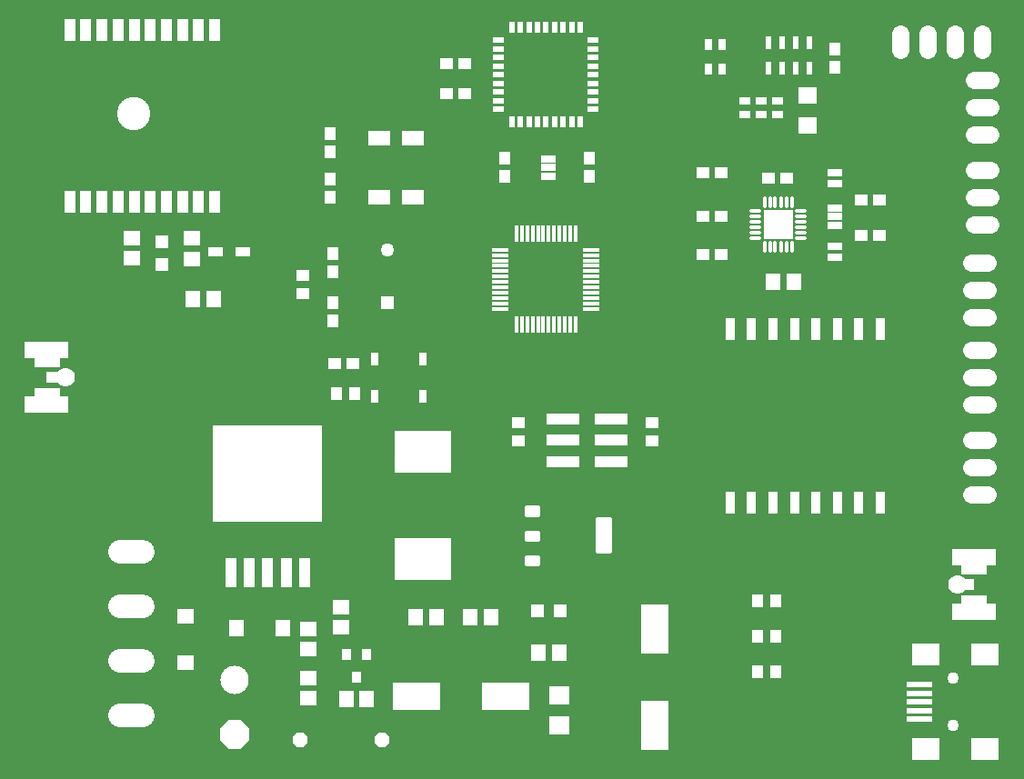
<source format=gbr>
G04 EAGLE Gerber RS-274X export*
G75*
%MOMM*%
%FSLAX34Y34*%
%LPD*%
%INSoldermask Top*%
%IPNEG*%
%AMOC8*
5,1,8,0,0,1.08239X$1,22.5*%
G01*
%ADD10R,1.101600X1.201600*%
%ADD11R,1.259600X1.259600*%
%ADD12C,1.259600*%
%ADD13R,1.201600X1.101600*%
%ADD14R,1.117600X2.794000*%
%ADD15R,10.261600X9.042400*%
%ADD16C,2.641600*%
%ADD17P,2.859241X8X292.500000*%
%ADD18R,1.371600X1.571600*%
%ADD19R,4.401600X2.601600*%
%ADD20R,1.601600X1.401600*%
%ADD21R,1.401600X1.601600*%
%ADD22C,2.197100*%
%ADD23C,0.237266*%
%ADD24C,0.296434*%
%ADD25R,2.601600X4.601600*%
%ADD26R,1.301600X1.301600*%
%ADD27R,5.301600X3.951600*%
%ADD28R,1.571600X1.371600*%
%ADD29P,1.539592X8X202.500000*%
%ADD30R,0.901600X1.001600*%
%ADD31R,1.901600X1.701600*%
%ADD32R,1.576600X0.401600*%
%ADD33R,0.401600X1.576600*%
%ADD34R,2.001600X1.401600*%
%ADD35R,0.801600X1.201600*%
%ADD36R,3.101600X0.991600*%
%ADD37C,0.355600*%
%ADD38R,2.717800X2.717800*%
%ADD39R,1.371600X0.736600*%
%ADD40R,0.601600X1.301600*%
%ADD41R,1.001600X0.801600*%
%ADD42R,0.801600X1.001600*%
%ADD43R,1.701600X1.501600*%
%ADD44R,1.101600X0.521600*%
%ADD45R,0.521600X1.101600*%
%ADD46R,1.101600X2.101600*%
%ADD47C,3.101600*%
%ADD48R,1.601600X1.341600*%
%ADD49R,1.451600X0.901600*%
%ADD50R,1.341600X1.601600*%
%ADD51C,1.625600*%
%ADD52R,0.901600X2.101600*%
%ADD53R,4.165600X1.625600*%
%ADD54R,2.133600X1.117600*%
%ADD55R,2.336800X0.914400*%
%ADD56C,1.778000*%
%ADD57R,2.501600X2.101600*%
%ADD58R,2.409600X0.601600*%
%ADD59C,1.101600*%


D10*
X302260Y473320D03*
X302260Y456320D03*
X302260Y410600D03*
X302260Y427600D03*
D11*
X353060Y427720D03*
D12*
X353060Y476520D03*
D13*
X274320Y436000D03*
X274320Y453000D03*
D14*
X207264Y176276D03*
X224282Y176276D03*
X241300Y176276D03*
X258318Y176276D03*
X275336Y176276D03*
D15*
X241300Y268224D03*
D16*
X210820Y76200D03*
D17*
X210820Y25400D03*
D18*
X255180Y124460D03*
X212180Y124460D03*
D19*
X463140Y60960D03*
X380140Y60960D03*
D20*
X279400Y123800D03*
X279400Y104800D03*
D21*
X398120Y134620D03*
X379120Y134620D03*
D22*
X124778Y195580D02*
X103823Y195580D01*
X103823Y144780D02*
X124778Y144780D01*
X124778Y43180D02*
X103823Y43180D01*
X103823Y93980D02*
X124778Y93980D01*
D23*
X481378Y229748D02*
X481378Y237692D01*
X493122Y237692D01*
X493122Y229748D01*
X481378Y229748D01*
X481378Y232002D02*
X493122Y232002D01*
X493122Y234256D02*
X481378Y234256D01*
X481378Y236510D02*
X493122Y236510D01*
X481378Y214792D02*
X481378Y206848D01*
X481378Y214792D02*
X493122Y214792D01*
X493122Y206848D01*
X481378Y206848D01*
X481378Y209102D02*
X493122Y209102D01*
X493122Y211356D02*
X481378Y211356D01*
X481378Y213610D02*
X493122Y213610D01*
X481378Y191892D02*
X481378Y183948D01*
X481378Y191892D02*
X493122Y191892D01*
X493122Y183948D01*
X481378Y183948D01*
X481378Y186202D02*
X493122Y186202D01*
X493122Y188456D02*
X481378Y188456D01*
X481378Y190710D02*
X493122Y190710D01*
D24*
X548574Y195594D02*
X548574Y226046D01*
X559726Y226046D01*
X559726Y195594D01*
X548574Y195594D01*
X548574Y198410D02*
X559726Y198410D01*
X559726Y201226D02*
X548574Y201226D01*
X548574Y204042D02*
X559726Y204042D01*
X559726Y206858D02*
X548574Y206858D01*
X548574Y209674D02*
X559726Y209674D01*
X559726Y212490D02*
X548574Y212490D01*
X548574Y215306D02*
X559726Y215306D01*
X559726Y218122D02*
X548574Y218122D01*
X548574Y220938D02*
X559726Y220938D01*
X559726Y223754D02*
X548574Y223754D01*
D25*
X601980Y123740D03*
X601980Y33740D03*
D21*
X448920Y134620D03*
X429920Y134620D03*
D26*
X513420Y140970D03*
X492420Y140970D03*
D21*
X493420Y101600D03*
X512420Y101600D03*
D27*
X386080Y288760D03*
X386080Y188760D03*
D28*
X165100Y135800D03*
X165100Y92800D03*
D20*
X279400Y59080D03*
X279400Y78080D03*
D21*
X314350Y58420D03*
X333350Y58420D03*
D20*
X309880Y144120D03*
X309880Y125120D03*
D29*
X347980Y20320D03*
X271780Y20320D03*
D30*
X333350Y100170D03*
X314350Y100170D03*
X323850Y79170D03*
D31*
X513080Y34260D03*
X513080Y62260D03*
D32*
X458000Y477080D03*
X458000Y472080D03*
X458000Y467080D03*
X458000Y462080D03*
X458000Y457080D03*
X458000Y452080D03*
X458000Y447080D03*
X458000Y442080D03*
X458000Y437080D03*
X458000Y432080D03*
X458000Y427080D03*
X458000Y422080D03*
D33*
X472880Y407200D03*
X477880Y407200D03*
X482880Y407200D03*
X487880Y407200D03*
X492880Y407200D03*
X497880Y407200D03*
X502880Y407200D03*
X507880Y407200D03*
X512880Y407200D03*
X517880Y407200D03*
X522880Y407200D03*
X527880Y407200D03*
D32*
X542760Y422080D03*
X542760Y427080D03*
X542760Y432080D03*
X542760Y437080D03*
X542760Y442080D03*
X542760Y447080D03*
X542760Y452080D03*
X542760Y457080D03*
X542760Y462080D03*
X542760Y467080D03*
X542760Y472080D03*
X542760Y477080D03*
D33*
X527880Y491960D03*
X522880Y491960D03*
X517880Y491960D03*
X512880Y491960D03*
X507880Y491960D03*
X502880Y491960D03*
X497880Y491960D03*
X492880Y491960D03*
X487880Y491960D03*
X482880Y491960D03*
X477880Y491960D03*
X472880Y491960D03*
D34*
X376680Y526220D03*
X376680Y581220D03*
X344680Y581220D03*
X344680Y526220D03*
D10*
X299720Y543170D03*
X299720Y526170D03*
X299720Y568080D03*
X299720Y585080D03*
D35*
X340970Y340640D03*
X340970Y375640D03*
X385470Y375640D03*
X385470Y340640D03*
D10*
X305190Y342900D03*
X322190Y342900D03*
D13*
X303920Y370840D03*
X320920Y370840D03*
D36*
X515980Y319720D03*
X560980Y319720D03*
X515980Y299720D03*
X560980Y299720D03*
X515980Y279720D03*
X560980Y279720D03*
D13*
X474980Y315840D03*
X474980Y298840D03*
X599440Y298840D03*
X599440Y315840D03*
D10*
X714620Y149860D03*
X697620Y149860D03*
X714620Y83820D03*
X697620Y83820D03*
X697620Y116840D03*
X714620Y116840D03*
X769620Y663820D03*
X769620Y646820D03*
D13*
X794140Y523240D03*
X811140Y523240D03*
X646820Y548640D03*
X663820Y548640D03*
X724780Y543560D03*
X707780Y543560D03*
X794140Y490220D03*
X811140Y490220D03*
X663820Y508000D03*
X646820Y508000D03*
X663820Y472440D03*
X646820Y472440D03*
D37*
X691654Y487713D02*
X699274Y487713D01*
X699274Y492759D02*
X691654Y492759D01*
X691654Y497805D02*
X699274Y497805D01*
X699274Y503155D02*
X691654Y503155D01*
X691654Y508176D02*
X699274Y508176D01*
X699274Y513247D02*
X691654Y513247D01*
X733686Y487713D02*
X741306Y487713D01*
X741306Y492759D02*
X733686Y492759D01*
X733686Y497805D02*
X741306Y497805D01*
X741306Y503155D02*
X733686Y503155D01*
X733686Y508176D02*
X741306Y508176D01*
X741306Y513247D02*
X733686Y513247D01*
X729247Y517432D02*
X729247Y525052D01*
X724201Y525052D02*
X724201Y517432D01*
X719155Y517432D02*
X719155Y525052D01*
X713805Y525052D02*
X713805Y517432D01*
X708784Y517432D02*
X708784Y525052D01*
X703713Y525052D02*
X703713Y517432D01*
X729247Y483528D02*
X729247Y475908D01*
X724201Y475908D02*
X724201Y483528D01*
X719155Y483528D02*
X719155Y475908D01*
X713805Y475908D02*
X713805Y483528D01*
X708784Y483528D02*
X708784Y475908D01*
X703713Y475908D02*
X703713Y483528D01*
D38*
X716380Y500580D03*
D39*
X769620Y516128D03*
X769620Y508000D03*
X769620Y499872D03*
X769620Y548640D03*
X769620Y538480D03*
X769620Y480060D03*
X769620Y469900D03*
D40*
X707690Y645860D03*
X720190Y645860D03*
X732690Y645860D03*
X745190Y645860D03*
X707690Y669860D03*
X720190Y669860D03*
X732690Y669860D03*
X745190Y669860D03*
D41*
X701040Y616100D03*
X701040Y603100D03*
D42*
X651360Y645160D03*
X664360Y645160D03*
X651360Y668020D03*
X664360Y668020D03*
D43*
X744220Y593060D03*
X744220Y621060D03*
D41*
X716280Y616100D03*
X716280Y603100D03*
X685800Y616100D03*
X685800Y603100D03*
D44*
X544380Y640080D03*
X544380Y632080D03*
X544380Y624080D03*
X544380Y616080D03*
X544380Y608080D03*
X544380Y648080D03*
X544380Y656080D03*
X544380Y664080D03*
X544380Y672080D03*
D45*
X500380Y684080D03*
X508380Y684080D03*
X516380Y684080D03*
X524380Y684080D03*
X532380Y684080D03*
X492380Y684080D03*
X484380Y684080D03*
X476380Y684080D03*
X468380Y684080D03*
D44*
X456380Y640080D03*
X456380Y648080D03*
X456380Y656080D03*
X456380Y664080D03*
X456380Y672080D03*
X456380Y632080D03*
X456380Y624080D03*
X456380Y616080D03*
X456380Y608080D03*
D45*
X500380Y596080D03*
X492380Y596080D03*
X484380Y596080D03*
X476380Y596080D03*
X468380Y596080D03*
X508380Y596080D03*
X516380Y596080D03*
X524380Y596080D03*
X532380Y596080D03*
D39*
X502920Y545592D03*
X502920Y553720D03*
X502920Y561848D03*
D13*
X425060Y650240D03*
X408060Y650240D03*
X425060Y622300D03*
X408060Y622300D03*
D10*
X462280Y562220D03*
X462280Y545220D03*
X541020Y562220D03*
X541020Y545220D03*
D46*
X56960Y521980D03*
X71960Y521980D03*
X86960Y521980D03*
X101960Y521980D03*
X116960Y521980D03*
X131960Y521980D03*
X146960Y521980D03*
X161960Y521980D03*
X176960Y521980D03*
X191960Y521980D03*
X191960Y681980D03*
X176960Y681980D03*
X161960Y681980D03*
X146960Y681980D03*
X131960Y681980D03*
X116960Y681980D03*
X101960Y681980D03*
X86960Y681980D03*
X71960Y681980D03*
X56960Y681980D03*
D47*
X116460Y603980D03*
D26*
X142748Y463718D03*
X142748Y484718D03*
D48*
X114808Y469036D03*
X114808Y488036D03*
X170434Y468528D03*
X170434Y487528D03*
D49*
X218440Y474980D03*
X193040Y474980D03*
D50*
X171602Y431546D03*
X190602Y431546D03*
D51*
X896620Y414020D02*
X911860Y414020D01*
X911860Y439420D02*
X896620Y439420D01*
X896620Y464820D02*
X911860Y464820D01*
X914400Y500380D02*
X899160Y500380D01*
X899160Y525780D02*
X914400Y525780D01*
X914400Y551180D02*
X899160Y551180D01*
X899160Y584200D02*
X914400Y584200D01*
X914400Y609600D02*
X899160Y609600D01*
X899160Y635000D02*
X914400Y635000D01*
X911860Y332740D02*
X896620Y332740D01*
X896620Y358140D02*
X911860Y358140D01*
X911860Y383540D02*
X896620Y383540D01*
D52*
X811680Y403580D03*
X791680Y403580D03*
X771680Y403580D03*
X751680Y403580D03*
X731680Y403580D03*
X711680Y403580D03*
X691680Y403580D03*
X671680Y403580D03*
X671680Y241580D03*
X691680Y241580D03*
X711680Y241580D03*
X731680Y241580D03*
X751680Y241580D03*
X771680Y241580D03*
X791680Y241580D03*
X811680Y241580D03*
D50*
X711860Y447040D03*
X730860Y447040D03*
D53*
X899160Y139700D03*
X899160Y190500D03*
D54*
X889000Y165100D03*
D55*
X898906Y151146D03*
X898906Y179054D03*
D56*
X883920Y165100D03*
X53340Y358140D03*
D53*
X35560Y383540D03*
X35560Y332740D03*
D54*
X45720Y358140D03*
D55*
X35814Y372094D03*
X35814Y344186D03*
D51*
X830580Y662940D02*
X830580Y678180D01*
X855980Y678180D02*
X855980Y662940D01*
X881380Y662940D02*
X881380Y678180D01*
X906780Y678180D02*
X906780Y662940D01*
X911860Y248920D02*
X896620Y248920D01*
X896620Y274320D02*
X911860Y274320D01*
X911860Y299720D02*
X896620Y299720D01*
D57*
X854000Y11880D03*
D58*
X848360Y39880D03*
X848360Y47880D03*
X848360Y55880D03*
X848360Y63880D03*
X848360Y71880D03*
D57*
X909000Y11880D03*
X854000Y99880D03*
X909000Y99880D03*
D59*
X879000Y33880D03*
X879000Y77880D03*
M02*

</source>
